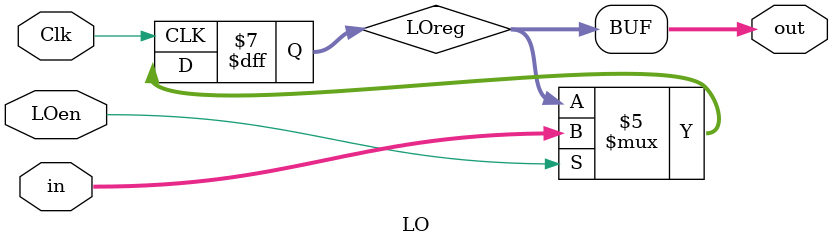
<source format=v>
`timescale 1ns / 1ps

module LO(in, out, LOen, Clk);
    input LOen, Clk;
    input [31:0] in;
    output reg [31:0] out;
    
    reg [31:0] LOreg;
    
    initial begin
        LOreg <= 0;
    end
    
    always @(posedge Clk) begin
        if (LOen == 1) begin
            LOreg <= in;
        end
    end
    always @(*) begin
        out <= LOreg;  
    end

endmodule

</source>
